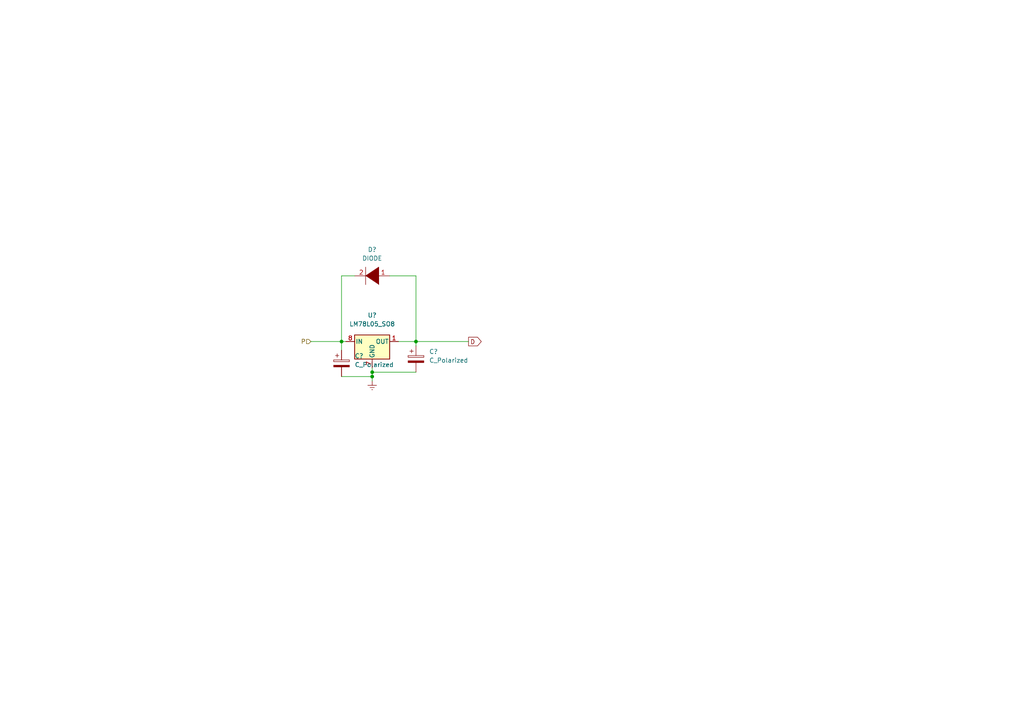
<source format=kicad_sch>
(kicad_sch (version 20211123) (generator eeschema)
  (paper "A4")
  (lib_symbols
    (symbol "Device:C_Polarized" (pin_numbers hide) (pin_names (offset 0.254))
      (property "Reference" "C" (at 0.635 2.54 0))
      (property "Value" "C_Polarized" (at 0.635 -2.54 0))
      (symbol "C_Polarized_0_1"
        (rectangle (start -2.286 0.508) (end 2.286 1.016))
        (polyline (pts (xy -1.778 2.286) (xy -0.762 2.286)))
        (polyline (pts (xy -1.27 2.794) (xy -1.27 1.778)))
        (rectangle (start 2.286 -0.508) (end -2.286 -1.016) (fill (type outline)))
      )
      (symbol "C_Polarized_1_1"
        (pin passive line (at 0 3.81 270) (length 2.794) (name "~") (number "1"))
        (pin passive line (at 0 -3.81 90) (length 2.794) (name "~") (number "2"))
      )
    )
    (symbol "Regulator_Linear:LM78L05_SO8" (pin_names (offset 0.254))
      (property "Reference" "U" (at -3.81 3.175 0))
      (property "Value" "LM78L05_SO8" (at 0 3.175 0))
      (symbol "LM78L05_SO8_0_1"
        (rectangle (start -5.08 1.905) (end 5.08 -5.08) (stroke (width 0.254)) (fill (type background)))
      )
      (symbol "LM78L05_SO8_1_1"
        (pin power_out line (at 7.62 0 180) (length 2.54) (name "OUT") (number "1"))
        (pin passive line (at 0 -7.62 90) (length 2.54) hide (name "GND") (number "2"))
        (pin passive line (at 0 -7.62 90) (length 2.54) hide (name "GND") (number "3"))
        (pin no_connect line (at -5.08 -2.54 0) (length 2.54) hide (name "NC") (number "4"))
        (pin no_connect line (at 5.08 -2.54 180) (length 2.54) hide (name "NC") (number "5"))
        (pin passive line (at 0 -7.62 90) (length 2.54) hide (name "GND") (number "6"))
        (pin power_in line (at 0 -7.62 90) (length 2.54) (name "GND") (number "7"))
        (pin power_in line (at -7.62 0 0) (length 2.54) (name "IN") (number "8"))
      )
    )
    (symbol "power:Earth" (power) (pin_names (offset 0))
      (symbol "Earth_0_1"
        (polyline (pts (xy -0.635 -1.905) (xy 0.635 -1.905)))
        (polyline (pts (xy -0.127 -2.54) (xy 0.127 -2.54)))
        (polyline (pts (xy 0 -1.27) (xy 0 0)))
        (polyline (pts (xy 1.27 -1.27) (xy -1.27 -1.27)))
      )
      (symbol "Earth_1_1"
        (pin power_in line (at 0 0 270) (length 0) hide (name "Earth") (number "1"))
      )
    )
    (symbol "pspice:DIODE" (pin_names (offset 1.016) hide)
      (property "Reference" "D" (at 0 3.81 0))
      (property "Value" "DIODE" (at 0 -4.445 0))
      (symbol "DIODE_0_1"
        (polyline (pts (xy 1.905 2.54) (xy 1.905 -2.54)))
        (polyline (pts (xy -1.905 2.54) (xy -1.905 -2.54) (xy 1.905 0)) (fill (type outline)))
      )
      (symbol "DIODE_1_1"
        (pin input line (at -5.08 0 0) (length 3.81) (name "K") (number "1"))
        (pin input line (at 5.08 0 180) (length 3.81) (name "A") (number "2"))
      )
    )
  )
  (junction (at 107.95 107.95))
  (junction (at 107.95 109.22))
  (junction (at 120.65 99.06))
  (junction (at 99.06 99.06))
  (wire (pts (xy 102.87 80.01) (xy 99.06 80.01)))
  (wire (pts (xy 120.65 80.01) (xy 113.03 80.01)))
  (wire (pts (xy 120.65 99.06) (xy 120.65 80.01)))
  (wire (pts (xy 99.06 99.06) (xy 99.06 101.6)))
  (wire (pts (xy 120.65 99.06) (xy 135.89 99.06)))
  (wire (pts (xy 90.17 99.06) (xy 99.06 99.06)))
  (wire (pts (xy 115.57 99.06) (xy 120.65 99.06)))
  (wire (pts (xy 107.95 107.95) (xy 107.95 109.22)))
  (wire (pts (xy 99.06 99.06) (xy 100.33 99.06)))
  (wire (pts (xy 99.06 80.01) (xy 99.06 99.06)))
  (wire (pts (xy 107.95 107.95) (xy 120.65 107.95)))
  (wire (pts (xy 99.06 109.22) (xy 107.95 109.22)))
  (wire (pts (xy 107.95 109.22) (xy 107.95 110.49)))
  (wire (pts (xy 120.65 99.06) (xy 120.65 100.33)))
  (wire (pts (xy 107.95 106.68) (xy 107.95 107.95)))
  (global_label "D" (shape output) (at 135.89 99.06 0) (property "Riferimenti inter-foglio" "${INTERSHEET_REFS}" (effects hide)))
  (hierarchical_label "P" (shape input) (at 90.17 99.06 180))
  (symbol (lib_id "Device:C_Polarized") (at 99.06 105.41 0) (unit 1)
    (property "Reference" "C?" (at 102.87 103.2509 0) (effects (justify left)))
    (property "Value" "C_Polarized" (at 102.87 105.7909 0) (effects (justify left)))
  )
  (symbol (lib_id "Regulator_Linear:LM78L05_SO8") (at 107.95 99.06 0) (unit 1)
    (property "Reference" "U?" (at 107.95 91.44 0))
    (property "Value" "LM78L05_SO8" (at 107.95 93.98 0))
    (property "Footprint" "Package_SO:SOIC-8_3.9x4.9mm_P1.27mm" (effects hide))
    (property "Datasheet" "https://www.onsemi.com/pub/Collateral/MC78L06A-D.pdf" (effects hide))
  )
  (symbol (lib_id "power:Earth") (at 107.95 110.49 0) (unit 1)
    (property "Reference" "#PWR?" (effects hide))
    (property "Value" "Earth" (effects hide))
  )
  (symbol (lib_id "pspice:DIODE") (at 107.95 80.01 180) (unit 1)
    (property "Reference" "D?" (at 107.95 72.39 0))
    (property "Value" "DIODE" (at 107.95 74.93 0))
  )
  (symbol (lib_id "Device:C_Polarized") (at 120.65 104.14 0) (unit 1)
    (property "Reference" "C?" (at 124.46 101.9809 0) (effects (justify left)))
    (property "Value" "C_Polarized" (at 124.46 104.5209 0) (effects (justify left)))
  )
)
</source>
